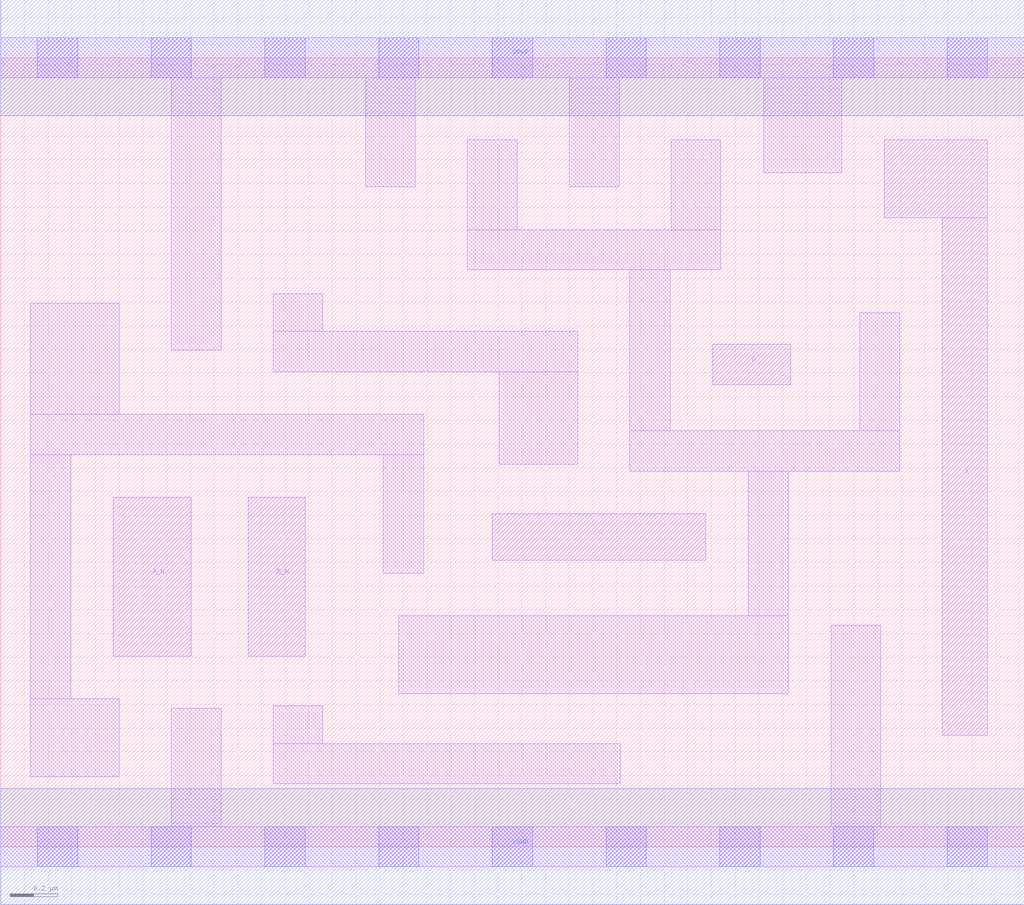
<source format=lef>
# Copyright 2020 The SkyWater PDK Authors
#
# Licensed under the Apache License, Version 2.0 (the "License");
# you may not use this file except in compliance with the License.
# You may obtain a copy of the License at
#
#     https://www.apache.org/licenses/LICENSE-2.0
#
# Unless required by applicable law or agreed to in writing, software
# distributed under the License is distributed on an "AS IS" BASIS,
# WITHOUT WARRANTIES OR CONDITIONS OF ANY KIND, either express or implied.
# See the License for the specific language governing permissions and
# limitations under the License.
#
# SPDX-License-Identifier: Apache-2.0

VERSION 5.7 ;
  NAMESCASESENSITIVE ON ;
  NOWIREEXTENSIONATPIN ON ;
  DIVIDERCHAR "/" ;
  BUSBITCHARS "[]" ;
UNITS
  DATABASE MICRONS 200 ;
END UNITS
MACRO sky130_fd_sc_lp__and4bb_m
  CLASS CORE ;
  FOREIGN sky130_fd_sc_lp__and4bb_m ;
  ORIGIN  0.000000  0.000000 ;
  SIZE  4.320000 BY  3.330000 ;
  SYMMETRY X Y R90 ;
  SITE unit ;
  PIN A_N
    ANTENNAGATEAREA  0.126000 ;
    DIRECTION INPUT ;
    USE SIGNAL ;
    PORT
      LAYER li1 ;
        RECT 0.475000 0.805000 0.805000 1.475000 ;
    END
  END A_N
  PIN B_N
    ANTENNAGATEAREA  0.126000 ;
    DIRECTION INPUT ;
    USE SIGNAL ;
    PORT
      LAYER li1 ;
        RECT 1.045000 0.805000 1.285000 1.475000 ;
    END
  END B_N
  PIN C
    ANTENNAGATEAREA  0.126000 ;
    DIRECTION INPUT ;
    USE SIGNAL ;
    PORT
      LAYER li1 ;
        RECT 2.075000 1.210000 2.975000 1.405000 ;
    END
  END C
  PIN D
    ANTENNAGATEAREA  0.126000 ;
    DIRECTION INPUT ;
    USE SIGNAL ;
    PORT
      LAYER li1 ;
        RECT 3.005000 1.950000 3.335000 2.120000 ;
    END
  END D
  PIN X
    ANTENNADIFFAREA  0.222600 ;
    DIRECTION OUTPUT ;
    USE SIGNAL ;
    PORT
      LAYER li1 ;
        RECT 3.730000 2.655000 4.165000 2.985000 ;
        RECT 3.975000 0.470000 4.165000 2.655000 ;
    END
  END X
  PIN VGND
    DIRECTION INOUT ;
    USE GROUND ;
    PORT
      LAYER met1 ;
        RECT 0.000000 -0.245000 4.320000 0.245000 ;
    END
  END VGND
  PIN VPWR
    DIRECTION INOUT ;
    USE POWER ;
    PORT
      LAYER met1 ;
        RECT 0.000000 3.085000 4.320000 3.575000 ;
    END
  END VPWR
  OBS
    LAYER li1 ;
      RECT 0.000000 -0.085000 4.320000 0.085000 ;
      RECT 0.000000  3.245000 4.320000 3.415000 ;
      RECT 0.125000  0.295000 0.500000 0.625000 ;
      RECT 0.125000  0.625000 0.295000 1.655000 ;
      RECT 0.125000  1.655000 1.785000 1.825000 ;
      RECT 0.125000  1.825000 0.500000 2.295000 ;
      RECT 0.720000  0.085000 0.930000 0.585000 ;
      RECT 0.720000  2.095000 0.930000 3.245000 ;
      RECT 1.150000  0.265000 2.615000 0.435000 ;
      RECT 1.150000  0.435000 1.360000 0.595000 ;
      RECT 1.150000  2.005000 2.435000 2.175000 ;
      RECT 1.150000  2.175000 1.360000 2.335000 ;
      RECT 1.540000  2.785000 1.750000 3.245000 ;
      RECT 1.615000  1.155000 1.785000 1.655000 ;
      RECT 1.680000  0.645000 3.325000 0.975000 ;
      RECT 1.970000  2.435000 3.040000 2.605000 ;
      RECT 1.970000  2.605000 2.180000 2.985000 ;
      RECT 2.105000  1.615000 2.435000 2.005000 ;
      RECT 2.400000  2.785000 2.610000 3.245000 ;
      RECT 2.655000  1.585000 3.795000 1.755000 ;
      RECT 2.655000  1.755000 2.825000 2.435000 ;
      RECT 2.830000  2.605000 3.040000 2.985000 ;
      RECT 3.155000  0.975000 3.325000 1.585000 ;
      RECT 3.220000  2.845000 3.550000 3.245000 ;
      RECT 3.505000  0.085000 3.715000 0.935000 ;
      RECT 3.625000  1.755000 3.795000 2.255000 ;
    LAYER mcon ;
      RECT 0.155000 -0.085000 0.325000 0.085000 ;
      RECT 0.155000  3.245000 0.325000 3.415000 ;
      RECT 0.635000 -0.085000 0.805000 0.085000 ;
      RECT 0.635000  3.245000 0.805000 3.415000 ;
      RECT 1.115000 -0.085000 1.285000 0.085000 ;
      RECT 1.115000  3.245000 1.285000 3.415000 ;
      RECT 1.595000 -0.085000 1.765000 0.085000 ;
      RECT 1.595000  3.245000 1.765000 3.415000 ;
      RECT 2.075000 -0.085000 2.245000 0.085000 ;
      RECT 2.075000  3.245000 2.245000 3.415000 ;
      RECT 2.555000 -0.085000 2.725000 0.085000 ;
      RECT 2.555000  3.245000 2.725000 3.415000 ;
      RECT 3.035000 -0.085000 3.205000 0.085000 ;
      RECT 3.035000  3.245000 3.205000 3.415000 ;
      RECT 3.515000 -0.085000 3.685000 0.085000 ;
      RECT 3.515000  3.245000 3.685000 3.415000 ;
      RECT 3.995000 -0.085000 4.165000 0.085000 ;
      RECT 3.995000  3.245000 4.165000 3.415000 ;
  END
END sky130_fd_sc_lp__and4bb_m
END LIBRARY

</source>
